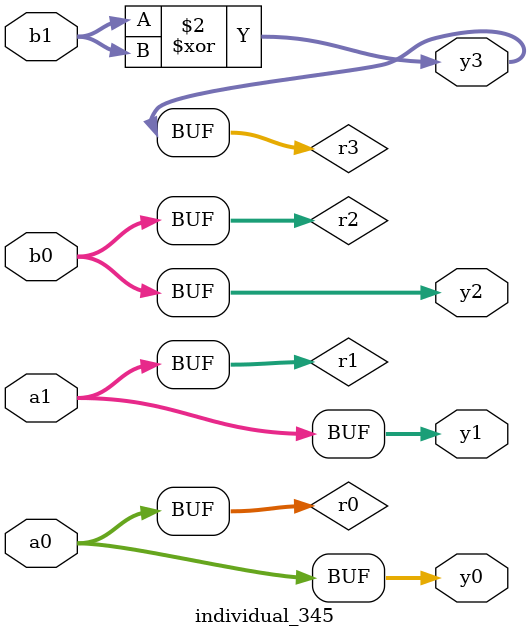
<source format=sv>
module individual_345(input logic [15:0] a1, input logic [15:0] a0, input logic [15:0] b1, input logic [15:0] b0, output logic [15:0] y3, output logic [15:0] y2, output logic [15:0] y1, output logic [15:0] y0);
logic [15:0] r0, r1, r2, r3; 
 always@(*) begin 
	 r0 = a0; r1 = a1; r2 = b0; r3 = b1; 
 	 r3  ^=  b1 ;
 	 y3 = r3; y2 = r2; y1 = r1; y0 = r0; 
end
endmodule
</source>
